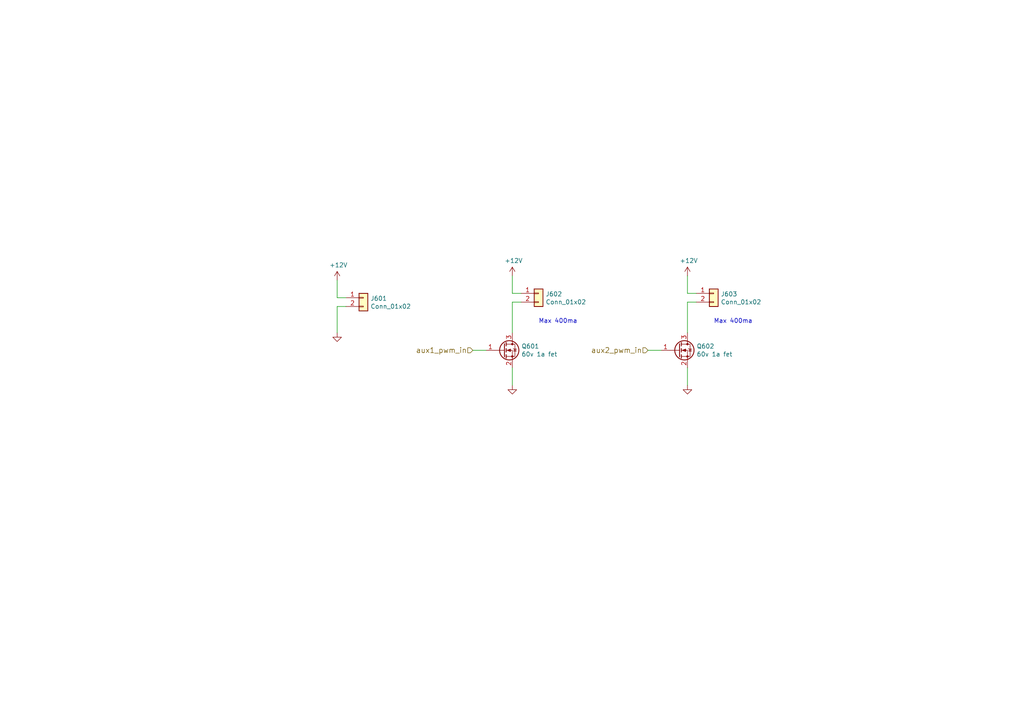
<source format=kicad_sch>
(kicad_sch (version 20210621) (generator eeschema)
  (paper "A4")
  (title_block (title "Moxie-Drive 24, vesc compatable motor controller") (date "2020-07-01") (rev "1.0") (company "Marshall Scholz"))
  (lib_symbols
    (symbol "24_control_board-rescue:GND-power-MoxiE_Control_board-rescue" (power) (pin_names (offset 0))
      (property "Value" "GND-power-MoxiE_Control_board-rescue" (at 0 -3.81 0))
      (symbol "GND-power-MoxiE_Control_board-rescue_0_1"
        (polyline (pts (xy 0 0) (xy 0 -1.27) (xy 1.27 -1.27) (xy 0 -2.54) (xy -1.27 -1.27) (xy 0 -1.27)))
      )
      (symbol "GND-power-MoxiE_Control_board-rescue_1_1"
        (pin power_in line (at 0 0 270) (length 0) hide (name "GND") (number "1"))
      )
    )
    (symbol "Connector_Generic:Conn_01x02" (pin_names hide)
      (property "Reference" "J" (at 0 2.54 0))
      (property "Value" "Conn_01x02" (at 0 -5.08 0))
      (symbol "Conn_01x02_1_1"
        (rectangle (start -1.27 -2.413) (end 0 -2.667) (stroke (width 0.1524)))
        (rectangle (start -1.27 0.127) (end 0 -0.127) (stroke (width 0.1524)))
        (rectangle (start -1.27 1.27) (end 1.27 -3.81) (stroke (width 0.254)) (fill (type background)))
        (pin passive line (at -5.08 0 0) (length 3.81) (name "Pin_1") (number "1"))
        (pin passive line (at -5.08 -2.54 0) (length 3.81) (name "Pin_2") (number "2"))
      )
    )
    (symbol "Device:Q_NMOS_GSD" (pin_names (offset 0) hide)
      (property "Reference" "Q" (at 5.08 1.27 0))
      (property "Value" "Q_NMOS_GSD" (at 5.08 -1.27 0))
      (symbol "Q_NMOS_GSD_0_1"
        (circle (center 1.651 0) (radius 2.794) (stroke (width 0.254)))
        (circle (center 2.54 -1.778) (radius 0.254) (fill (type outline)))
        (circle (center 2.54 1.778) (radius 0.254) (fill (type outline)))
        (polyline (pts (xy 0.254 0) (xy -2.54 0)))
        (polyline (pts (xy 0.254 1.905) (xy 0.254 -1.905)) (stroke (width 0.254)))
        (polyline (pts (xy 0.762 -1.27) (xy 0.762 -2.286)) (stroke (width 0.254)))
        (polyline (pts (xy 0.762 0.508) (xy 0.762 -0.508)) (stroke (width 0.254)))
        (polyline (pts (xy 0.762 2.286) (xy 0.762 1.27)) (stroke (width 0.254)))
        (polyline (pts (xy 2.54 2.54) (xy 2.54 1.778)))
        (polyline (pts (xy 2.54 -2.54) (xy 2.54 0) (xy 0.762 0)))
        (polyline (pts (xy 0.762 -1.778) (xy 3.302 -1.778) (xy 3.302 1.778) (xy 0.762 1.778)))
        (polyline (pts (xy 2.794 0.508) (xy 2.921 0.381) (xy 3.683 0.381) (xy 3.81 0.254)))
        (polyline (pts (xy 3.302 0.381) (xy 2.921 -0.254) (xy 3.683 -0.254) (xy 3.302 0.381)))
        (polyline (pts (xy 1.016 0) (xy 2.032 0.381) (xy 2.032 -0.381) (xy 1.016 0)) (fill (type outline)))
      )
      (symbol "Q_NMOS_GSD_1_1"
        (pin input line (at -5.08 0 0) (length 2.54) (name "G") (number "1"))
        (pin passive line (at 2.54 -5.08 90) (length 2.54) (name "S") (number "2"))
        (pin passive line (at 2.54 5.08 270) (length 2.54) (name "D") (number "3"))
      )
    )
    (symbol "power:+12V" (power) (pin_names (offset 0))
      (property "Value" "+12V" (at 0 3.556 0))
      (symbol "+12V_0_1"
        (polyline (pts (xy -0.762 1.27) (xy 0 2.54)))
        (polyline (pts (xy 0 0) (xy 0 2.54)))
        (polyline (pts (xy 0 2.54) (xy 0.762 1.27)))
      )
      (symbol "+12V_1_1"
        (pin power_in line (at 0 0 90) (length 0) hide (name "+12V") (number "1"))
      )
    )
  )
  (wire (pts (xy 97.79 86.36) (xy 97.79 81.28)))
  (wire (pts (xy 97.79 88.9) (xy 97.79 96.52)))
  (wire (pts (xy 97.79 88.9) (xy 100.33 88.9)))
  (wire (pts (xy 100.33 86.36) (xy 97.79 86.36)))
  (wire (pts (xy 137.16 101.6) (xy 140.97 101.6)))
  (wire (pts (xy 148.59 85.09) (xy 148.59 80.01)))
  (wire (pts (xy 148.59 87.63) (xy 148.59 96.52)))
  (wire (pts (xy 148.59 87.63) (xy 151.13 87.63)))
  (wire (pts (xy 148.59 106.68) (xy 148.59 111.76)))
  (wire (pts (xy 151.13 85.09) (xy 148.59 85.09)))
  (wire (pts (xy 187.96 101.6) (xy 191.77 101.6)))
  (wire (pts (xy 199.39 85.09) (xy 199.39 80.01)))
  (wire (pts (xy 199.39 87.63) (xy 199.39 96.52)))
  (wire (pts (xy 199.39 87.63) (xy 201.93 87.63)))
  (wire (pts (xy 199.39 106.68) (xy 199.39 111.76)))
  (wire (pts (xy 201.93 85.09) (xy 199.39 85.09)))
  (text "Max 400ma" (at 156.21 93.98 0) (effects (font (size 1.27 1.27)) (justify left bottom)))
  (text "Max 400ma" (at 207.01 93.98 0) (effects (font (size 1.27 1.27)) (justify left bottom)))
  (hierarchical_label "aux1_pwm_in" (shape input) (at 137.16 101.6 180) (effects (font (size 1.4986 1.4986))))
  (hierarchical_label "aux2_pwm_in" (shape input) (at 187.96 101.6 180) (effects (font (size 1.4986 1.4986))))
  (symbol (lib_id "power:+12V") (at 97.79 81.28 0) (unit 1)
    (property "Reference" "#PWR0601" (effects hide))
    (property "Value" "+12V" (at 98.171 76.8858 0))
  )
  (symbol (lib_id "power:+12V") (at 148.59 80.01 0) (unit 1)
    (property "Reference" "#PWR0603" (effects hide))
    (property "Value" "+12V" (at 148.971 75.6158 0))
  )
  (symbol (lib_id "power:+12V") (at 199.39 80.01 0) (unit 1)
    (property "Reference" "#PWR0605" (effects hide))
    (property "Value" "+12V" (at 199.771 75.6158 0))
  )
  (symbol (lib_id "24_control_board-rescue:GND-power-MoxiE_Control_board-rescue") (at 97.79 96.52 0) (mirror y) (unit 1)
    (property "Reference" "#PWR0602" (effects hide))
    (property "Value" "GND" (effects hide))
  )
  (symbol (lib_id "24_control_board-rescue:GND-power-MoxiE_Control_board-rescue") (at 148.59 111.76 0) (mirror y) (unit 1)
    (property "Reference" "#PWR0604" (effects hide))
    (property "Value" "GND" (effects hide))
  )
  (symbol (lib_id "24_control_board-rescue:GND-power-MoxiE_Control_board-rescue") (at 199.39 111.76 0) (mirror y) (unit 1)
    (property "Reference" "#PWR0606" (effects hide))
    (property "Value" "GND" (effects hide))
  )
  (symbol (lib_id "Connector_Generic:Conn_01x02") (at 105.41 86.36 0) (unit 1)
    (property "Reference" "J601" (at 107.442 86.5632 0) (effects (justify left)))
    (property "Value" "Conn_01x02" (at 107.442 88.8746 0) (effects (justify left)))
    (property "Footprint" "Connector_JST:JST_PH_B2B-PH-K_1x02_P2.00mm_Vertical" (effects hide))
  )
  (symbol (lib_id "Connector_Generic:Conn_01x02") (at 156.21 85.09 0) (unit 1)
    (property "Reference" "J602" (at 158.242 85.2932 0) (effects (justify left)))
    (property "Value" "Conn_01x02" (at 158.242 87.6046 0) (effects (justify left)))
    (property "Footprint" "Connector_JST:JST_PH_B2B-PH-K_1x02_P2.00mm_Vertical" (effects hide))
  )
  (symbol (lib_id "Connector_Generic:Conn_01x02") (at 207.01 85.09 0) (unit 1)
    (property "Reference" "J603" (at 209.042 85.2932 0) (effects (justify left)))
    (property "Value" "Conn_01x02" (at 209.042 87.6046 0) (effects (justify left)))
    (property "Footprint" "Connector_JST:JST_PH_B2B-PH-K_1x02_P2.00mm_Vertical" (effects hide))
  )
  (symbol (lib_id "Device:Q_NMOS_GSD") (at 146.05 101.6 0) (unit 1)
    (property "Reference" "Q601" (at 151.2316 100.4316 0) (effects (justify left)))
    (property "Value" "60v 1a fet" (at 151.2316 102.743 0) (effects (justify left)))
    (property "Footprint" "Package_TO_SOT_SMD:SOT-23" (effects hide))
  )
  (symbol (lib_id "Device:Q_NMOS_GSD") (at 196.85 101.6 0) (unit 1)
    (property "Reference" "Q602" (at 202.0316 100.4316 0) (effects (justify left)))
    (property "Value" "60v 1a fet" (at 202.0316 102.743 0) (effects (justify left)))
    (property "Footprint" "Package_TO_SOT_SMD:SOT-23" (effects hide))
  )
)
</source>
